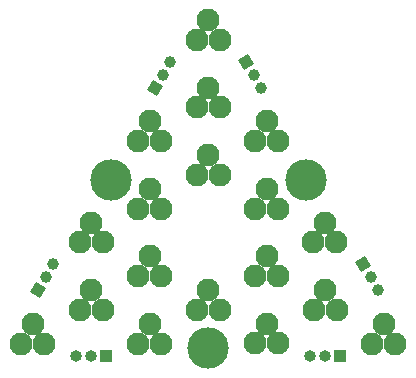
<source format=gbr>
%TF.GenerationSoftware,KiCad,Pcbnew,6.0.4-6f826c9f35~116~ubuntu18.04.1*%
%TF.CreationDate,2022-11-28T21:12:52+03:00*%
%TF.ProjectId,free_dry_electrodes_16x3_4cm,66726565-5f64-4727-995f-656c65637472,rev?*%
%TF.SameCoordinates,Original*%
%TF.FileFunction,Copper,L2,Bot*%
%TF.FilePolarity,Positive*%
%FSLAX46Y46*%
G04 Gerber Fmt 4.6, Leading zero omitted, Abs format (unit mm)*
G04 Created by KiCad (PCBNEW 6.0.4-6f826c9f35~116~ubuntu18.04.1) date 2022-11-28 21:12:52*
%MOMM*%
%LPD*%
G01*
G04 APERTURE LIST*
G04 Aperture macros list*
%AMHorizOval*
0 Thick line with rounded ends*
0 $1 width*
0 $2 $3 position (X,Y) of the first rounded end (center of the circle)*
0 $4 $5 position (X,Y) of the second rounded end (center of the circle)*
0 Add line between two ends*
20,1,$1,$2,$3,$4,$5,0*
0 Add two circle primitives to create the rounded ends*
1,1,$1,$2,$3*
1,1,$1,$4,$5*%
%AMRotRect*
0 Rectangle, with rotation*
0 The origin of the aperture is its center*
0 $1 length*
0 $2 width*
0 $3 Rotation angle, in degrees counterclockwise*
0 Add horizontal line*
21,1,$1,$2,0,0,$3*%
G04 Aperture macros list end*
%TA.AperFunction,ComponentPad*%
%ADD10C,3.500000*%
%TD*%
%TA.AperFunction,ComponentPad*%
%ADD11HorizOval,1.000000X0.000000X0.000000X0.000000X0.000000X0*%
%TD*%
%TA.AperFunction,ComponentPad*%
%ADD12RotRect,1.000000X1.000000X150.000000*%
%TD*%
%TA.AperFunction,ComponentPad*%
%ADD13RotRect,1.000000X1.000000X30.000000*%
%TD*%
%TA.AperFunction,ComponentPad*%
%ADD14HorizOval,1.000000X0.000000X0.000000X0.000000X0.000000X0*%
%TD*%
%TA.AperFunction,ComponentPad*%
%ADD15R,1.000000X1.000000*%
%TD*%
%TA.AperFunction,ComponentPad*%
%ADD16O,1.000000X1.000000*%
%TD*%
%TA.AperFunction,ComponentPad*%
%ADD17O,1.950000X1.950000*%
%TD*%
G04 APERTURE END LIST*
D10*
%TO.P,REF\u002A\u002A,1*%
%TO.N,N/C*%
X0Y-9525000D03*
%TD*%
D11*
%TO.P,J22,3,Pin_3*%
%TO.N,/J9*%
X-13113153Y-2392647D03*
%TO.P,J22,2,Pin_2*%
%TO.N,/J6*%
X-13748153Y-3492500D03*
D12*
%TO.P,J22,1,Pin_1*%
%TO.N,/J16*%
X-14383153Y-4592352D03*
%TD*%
D13*
%TO.P,J21,1,Pin_1*%
%TO.N,/J7*%
X13110653Y-2388316D03*
D14*
%TO.P,J21,2,Pin_2*%
%TO.N,/J17*%
X13745653Y-3488168D03*
%TO.P,J21,3,Pin_3*%
%TO.N,/J10*%
X14380653Y-4588021D03*
%TD*%
%TO.P,J19,3,Pin_3*%
%TO.N,/J3*%
X4481983Y12556978D03*
%TO.P,J19,2,Pin_2*%
%TO.N,/J5*%
X3846983Y13656831D03*
D13*
%TO.P,J19,1,Pin_1*%
%TO.N,/J1*%
X3211983Y14756683D03*
%TD*%
D15*
%TO.P,J24,1,Pin_1*%
%TO.N,/J15*%
X-8622948Y-10160000D03*
D16*
%TO.P,J24,2,Pin_2*%
%TO.N,/J18*%
X-9892948Y-10160000D03*
%TO.P,J24,3,Pin_3*%
%TO.N,/J12*%
X-11162948Y-10160000D03*
%TD*%
D12*
%TO.P,J20,1,Pin_1*%
%TO.N,/J4*%
X-4486983Y12548317D03*
D11*
%TO.P,J20,2,Pin_2*%
%TO.N,/J8*%
X-3851983Y13648169D03*
%TO.P,J20,3,Pin_3*%
%TO.N,/J2*%
X-3216983Y14748022D03*
%TD*%
D10*
%TO.P,REF\u002A\u002A,1*%
%TO.N,N/C*%
X-8248892Y4762500D03*
%TD*%
%TO.P,REF\u002A\u002A,1*%
%TO.N,N/C*%
X8248892Y4762500D03*
%TD*%
D16*
%TO.P,J23,3,Pin_3*%
%TO.N,/J14*%
X8628670Y-10160000D03*
%TO.P,J23,2,Pin_2*%
%TO.N,/J11*%
X9898670Y-10160000D03*
D15*
%TO.P,J23,1,Pin_1*%
%TO.N,/J13*%
X11168670Y-10160000D03*
%TD*%
D17*
%TO.P,J1,1,Pin_1*%
%TO.N,/J1*%
X0Y18270000D03*
%TO.P,J1,2,Pin_2*%
X-974278Y16582501D03*
%TO.P,J1,3,Pin_3*%
X974278Y16582500D03*
%TD*%
%TO.P,J4,1,Pin_1*%
%TO.N,/J4*%
X-4949335Y9697500D03*
%TO.P,J4,2,Pin_2*%
X-5923613Y8010001D03*
%TO.P,J4,3,Pin_3*%
X-3975057Y8010000D03*
%TD*%
%TO.P,J14,1,Pin_1*%
%TO.N,/J14*%
X4937059Y-7426238D03*
%TO.P,J14,2,Pin_2*%
X3962781Y-9113737D03*
%TO.P,J14,3,Pin_3*%
X5911337Y-9113738D03*
%TD*%
%TO.P,J3,1,Pin_1*%
%TO.N,/J3*%
X4949335Y9697500D03*
%TO.P,J3,2,Pin_2*%
X3975057Y8010001D03*
%TO.P,J3,3,Pin_3*%
X5923613Y8010000D03*
%TD*%
%TO.P,J10,3,Pin_3*%
%TO.N,/J10*%
X10872948Y-6277500D03*
%TO.P,J10,2,Pin_2*%
X8924392Y-6277499D03*
%TO.P,J10,1,Pin_1*%
X9898670Y-4590000D03*
%TD*%
%TO.P,J18,1,Pin_1*%
%TO.N,/J18*%
X-4949335Y-1732500D03*
%TO.P,J18,2,Pin_2*%
X-5923613Y-3419999D03*
%TO.P,J18,3,Pin_3*%
X-3975057Y-3420000D03*
%TD*%
%TO.P,J5,1,Pin_1*%
%TO.N,/J5*%
X4949335Y3982500D03*
%TO.P,J5,2,Pin_2*%
X3975057Y2295001D03*
%TO.P,J5,3,Pin_3*%
X5923613Y2295000D03*
%TD*%
%TO.P,J2,1,Pin_1*%
%TO.N,/J2*%
X0Y12555000D03*
%TO.P,J2,2,Pin_2*%
X-974278Y10867501D03*
%TO.P,J2,3,Pin_3*%
X974278Y10867500D03*
%TD*%
%TO.P,J16,1,Pin_1*%
%TO.N,/J16*%
X-14848006Y-7447500D03*
%TO.P,J16,2,Pin_2*%
X-15822284Y-9134999D03*
%TO.P,J16,3,Pin_3*%
X-13873728Y-9135000D03*
%TD*%
%TO.P,J6,1,Pin_1*%
%TO.N,/J6*%
X-4949335Y3982500D03*
%TO.P,J6,2,Pin_2*%
X-5923613Y2295001D03*
%TO.P,J6,3,Pin_3*%
X-3975057Y2295000D03*
%TD*%
%TO.P,J12,3,Pin_3*%
%TO.N,/J12*%
X-8924392Y-6277500D03*
%TO.P,J12,2,Pin_2*%
X-10872948Y-6277499D03*
%TO.P,J12,1,Pin_1*%
X-9898670Y-4590000D03*
%TD*%
%TO.P,J7,1,Pin_1*%
%TO.N,/J7*%
X9874119Y1125000D03*
%TO.P,J7,2,Pin_2*%
X8899841Y-562499D03*
%TO.P,J7,3,Pin_3*%
X10848397Y-562500D03*
%TD*%
%TO.P,J17,1,Pin_1*%
%TO.N,/J17*%
X4949335Y-1732500D03*
%TO.P,J17,2,Pin_2*%
X3975057Y-3419999D03*
%TO.P,J17,3,Pin_3*%
X5923613Y-3420000D03*
%TD*%
%TO.P,J8,3,Pin_3*%
%TO.N,/J8*%
X974278Y5152500D03*
%TO.P,J8,2,Pin_2*%
X-974278Y5152501D03*
%TO.P,J8,1,Pin_1*%
X0Y6840000D03*
%TD*%
%TO.P,J15,1,Pin_1*%
%TO.N,/J15*%
X-4949335Y-7447500D03*
%TO.P,J15,2,Pin_2*%
X-5923613Y-9134999D03*
%TO.P,J15,3,Pin_3*%
X-3975057Y-9135000D03*
%TD*%
%TO.P,J13,1,Pin_1*%
%TO.N,/J13*%
X14848006Y-7447500D03*
%TO.P,J13,2,Pin_2*%
X13873728Y-9134999D03*
%TO.P,J13,3,Pin_3*%
X15822284Y-9135000D03*
%TD*%
%TO.P,J9,1,Pin_1*%
%TO.N,/J9*%
X-9898670Y1125000D03*
%TO.P,J9,2,Pin_2*%
X-10872948Y-562499D03*
%TO.P,J9,3,Pin_3*%
X-8924392Y-562500D03*
%TD*%
%TO.P,J11,1,Pin_1*%
%TO.N,/J11*%
X0Y-4590000D03*
%TO.P,J11,2,Pin_2*%
X-974278Y-6277499D03*
%TO.P,J11,3,Pin_3*%
X974278Y-6277500D03*
%TD*%
M02*

</source>
